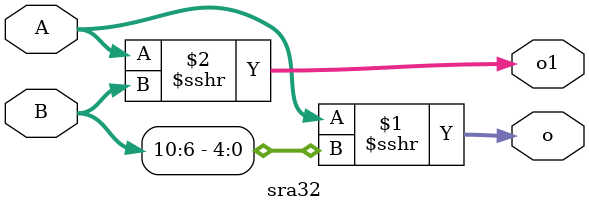
<source format=v>
`timescale 1ns / 1ps
module sra32(
input wire[31:0] A,
input wire[31:0] B,
output wire[31:0] o,
output wire[31:0] o1
    );

assign o[31:0] = A[31:0] >>> B[10:6];
assign o1[31:0] = A[31:0] >>> B[31:0];

endmodule

</source>
